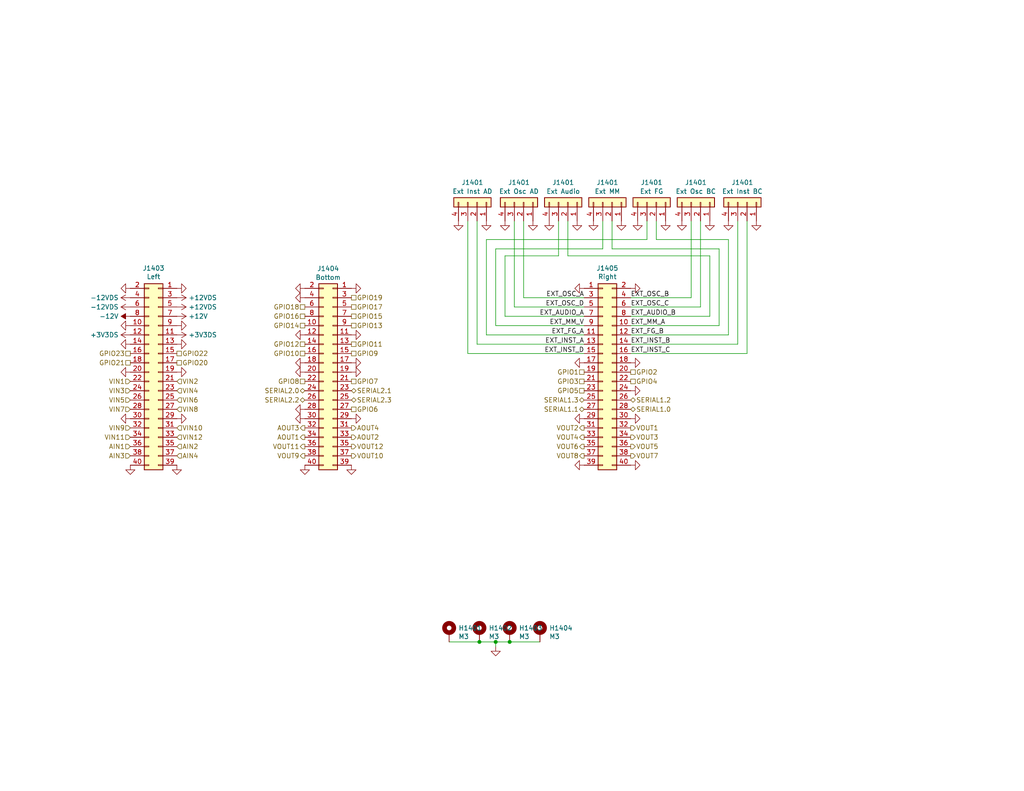
<source format=kicad_sch>
(kicad_sch (version 20230121) (generator eeschema)
  (paper "USLetter")
  (title_block (title "Hubble Motherboard") (date "2021-11-20") (rev "v3") (company "Winterbloom") (comment 1 "Alethea Flowers") (comment 2 "CERN-OHL-P V2") (comment 3 "hubble.wntr.dev"))
  (lib_symbols
    (symbol "Connector_Generic:Conn_01x04" (pin_names (offset 1.016) hide)
      (property "Reference" "J" (at 0 5.08 0))
      (property "Value" "Conn_01x04" (at 0 -7.62 0))
      (symbol "Conn_01x04_1_1"
        (rectangle (start -1.27 -4.953) (end 0 -5.207) (stroke (width 0.1524)))
        (rectangle (start -1.27 -2.413) (end 0 -2.667) (stroke (width 0.1524)))
        (rectangle (start -1.27 0.127) (end 0 -0.127) (stroke (width 0.1524)))
        (rectangle (start -1.27 2.667) (end 0 2.413) (stroke (width 0.1524)))
        (rectangle (start -1.27 3.81) (end 1.27 -6.35) (stroke (width 0.254)) (fill (type background)))
        (pin passive line (at -5.08 2.54 0) (length 3.81) (name "Pin_1") (number "1"))
        (pin passive line (at -5.08 0 0) (length 3.81) (name "Pin_2") (number "2"))
        (pin passive line (at -5.08 -2.54 0) (length 3.81) (name "Pin_3") (number "3"))
        (pin passive line (at -5.08 -5.08 0) (length 3.81) (name "Pin_4") (number "4"))
      )
    )
    (symbol "Connector_Generic:Conn_02x20_Odd_Even" (pin_names (offset 1.016) hide)
      (property "Reference" "J" (at 1.27 25.4 0))
      (property "Value" "Conn_02x20_Odd_Even" (at 1.27 -27.94 0))
      (symbol "Conn_02x20_Odd_Even_1_1"
        (rectangle (start -1.27 -25.273) (end 0 -25.527) (stroke (width 0.1524)))
        (rectangle (start -1.27 -22.733) (end 0 -22.987) (stroke (width 0.1524)))
        (rectangle (start -1.27 -20.193) (end 0 -20.447) (stroke (width 0.1524)))
        (rectangle (start -1.27 -17.653) (end 0 -17.907) (stroke (width 0.1524)))
        (rectangle (start -1.27 -15.113) (end 0 -15.367) (stroke (width 0.1524)))
        (rectangle (start -1.27 -12.573) (end 0 -12.827) (stroke (width 0.1524)))
        (rectangle (start -1.27 -10.033) (end 0 -10.287) (stroke (width 0.1524)))
        (rectangle (start -1.27 -7.493) (end 0 -7.747) (stroke (width 0.1524)))
        (rectangle (start -1.27 -4.953) (end 0 -5.207) (stroke (width 0.1524)))
        (rectangle (start -1.27 -2.413) (end 0 -2.667) (stroke (width 0.1524)))
        (rectangle (start -1.27 0.127) (end 0 -0.127) (stroke (width 0.1524)))
        (rectangle (start -1.27 2.667) (end 0 2.413) (stroke (width 0.1524)))
        (rectangle (start -1.27 5.207) (end 0 4.953) (stroke (width 0.1524)))
        (rectangle (start -1.27 7.747) (end 0 7.493) (stroke (width 0.1524)))
        (rectangle (start -1.27 10.287) (end 0 10.033) (stroke (width 0.1524)))
        (rectangle (start -1.27 12.827) (end 0 12.573) (stroke (width 0.1524)))
        (rectangle (start -1.27 15.367) (end 0 15.113) (stroke (width 0.1524)))
        (rectangle (start -1.27 17.907) (end 0 17.653) (stroke (width 0.1524)))
        (rectangle (start -1.27 20.447) (end 0 20.193) (stroke (width 0.1524)))
        (rectangle (start -1.27 22.987) (end 0 22.733) (stroke (width 0.1524)))
        (rectangle (start -1.27 24.13) (end 3.81 -26.67) (stroke (width 0.254)) (fill (type background)))
        (rectangle (start 3.81 -25.273) (end 2.54 -25.527) (stroke (width 0.1524)))
        (rectangle (start 3.81 -22.733) (end 2.54 -22.987) (stroke (width 0.1524)))
        (rectangle (start 3.81 -20.193) (end 2.54 -20.447) (stroke (width 0.1524)))
        (rectangle (start 3.81 -17.653) (end 2.54 -17.907) (stroke (width 0.1524)))
        (rectangle (start 3.81 -15.113) (end 2.54 -15.367) (stroke (width 0.1524)))
        (rectangle (start 3.81 -12.573) (end 2.54 -12.827) (stroke (width 0.1524)))
        (rectangle (start 3.81 -10.033) (end 2.54 -10.287) (stroke (width 0.1524)))
        (rectangle (start 3.81 -7.493) (end 2.54 -7.747) (stroke (width 0.1524)))
        (rectangle (start 3.81 -4.953) (end 2.54 -5.207) (stroke (width 0.1524)))
        (rectangle (start 3.81 -2.413) (end 2.54 -2.667) (stroke (width 0.1524)))
        (rectangle (start 3.81 0.127) (end 2.54 -0.127) (stroke (width 0.1524)))
        (rectangle (start 3.81 2.667) (end 2.54 2.413) (stroke (width 0.1524)))
        (rectangle (start 3.81 5.207) (end 2.54 4.953) (stroke (width 0.1524)))
        (rectangle (start 3.81 7.747) (end 2.54 7.493) (stroke (width 0.1524)))
        (rectangle (start 3.81 10.287) (end 2.54 10.033) (stroke (width 0.1524)))
        (rectangle (start 3.81 12.827) (end 2.54 12.573) (stroke (width 0.1524)))
        (rectangle (start 3.81 15.367) (end 2.54 15.113) (stroke (width 0.1524)))
        (rectangle (start 3.81 17.907) (end 2.54 17.653) (stroke (width 0.1524)))
        (rectangle (start 3.81 20.447) (end 2.54 20.193) (stroke (width 0.1524)))
        (rectangle (start 3.81 22.987) (end 2.54 22.733) (stroke (width 0.1524)))
        (pin passive line (at -5.08 22.86 0) (length 3.81) (name "Pin_1") (number "1"))
        (pin passive line (at 7.62 12.7 180) (length 3.81) (name "Pin_10") (number "10"))
        (pin passive line (at -5.08 10.16 0) (length 3.81) (name "Pin_11") (number "11"))
        (pin passive line (at 7.62 10.16 180) (length 3.81) (name "Pin_12") (number "12"))
        (pin passive line (at -5.08 7.62 0) (length 3.81) (name "Pin_13") (number "13"))
        (pin passive line (at 7.62 7.62 180) (length 3.81) (name "Pin_14") (number "14"))
        (pin passive line (at -5.08 5.08 0) (length 3.81) (name "Pin_15") (number "15"))
        (pin passive line (at 7.62 5.08 180) (length 3.81) (name "Pin_16") (number "16"))
        (pin passive line (at -5.08 2.54 0) (length 3.81) (name "Pin_17") (number "17"))
        (pin passive line (at 7.62 2.54 180) (length 3.81) (name "Pin_18") (number "18"))
        (pin passive line (at -5.08 0 0) (length 3.81) (name "Pin_19") (number "19"))
        (pin passive line (at 7.62 22.86 180) (length 3.81) (name "Pin_2") (number "2"))
        (pin passive line (at 7.62 0 180) (length 3.81) (name "Pin_20") (number "20"))
        (pin passive line (at -5.08 -2.54 0) (length 3.81) (name "Pin_21") (number "21"))
        (pin passive line (at 7.62 -2.54 180) (length 3.81) (name "Pin_22") (number "22"))
        (pin passive line (at -5.08 -5.08 0) (length 3.81) (name "Pin_23") (number "23"))
        (pin passive line (at 7.62 -5.08 180) (length 3.81) (name "Pin_24") (number "24"))
        (pin passive line (at -5.08 -7.62 0) (length 3.81) (name "Pin_25") (number "25"))
        (pin passive line (at 7.62 -7.62 180) (length 3.81) (name "Pin_26") (number "26"))
        (pin passive line (at -5.08 -10.16 0) (length 3.81) (name "Pin_27") (number "27"))
        (pin passive line (at 7.62 -10.16 180) (length 3.81) (name "Pin_28") (number "28"))
        (pin passive line (at -5.08 -12.7 0) (length 3.81) (name "Pin_29") (number "29"))
        (pin passive line (at -5.08 20.32 0) (length 3.81) (name "Pin_3") (number "3"))
        (pin passive line (at 7.62 -12.7 180) (length 3.81) (name "Pin_30") (number "30"))
        (pin passive line (at -5.08 -15.24 0) (length 3.81) (name "Pin_31") (number "31"))
        (pin passive line (at 7.62 -15.24 180) (length 3.81) (name "Pin_32") (number "32"))
        (pin passive line (at -5.08 -17.78 0) (length 3.81) (name "Pin_33") (number "33"))
        (pin passive line (at 7.62 -17.78 180) (length 3.81) (name "Pin_34") (number "34"))
        (pin passive line (at -5.08 -20.32 0) (length 3.81) (name "Pin_35") (number "35"))
        (pin passive line (at 7.62 -20.32 180) (length 3.81) (name "Pin_36") (number "36"))
        (pin passive line (at -5.08 -22.86 0) (length 3.81) (name "Pin_37") (number "37"))
        (pin passive line (at 7.62 -22.86 180) (length 3.81) (name "Pin_38") (number "38"))
        (pin passive line (at -5.08 -25.4 0) (length 3.81) (name "Pin_39") (number "39"))
        (pin passive line (at 7.62 20.32 180) (length 3.81) (name "Pin_4") (number "4"))
        (pin passive line (at 7.62 -25.4 180) (length 3.81) (name "Pin_40") (number "40"))
        (pin passive line (at -5.08 17.78 0) (length 3.81) (name "Pin_5") (number "5"))
        (pin passive line (at 7.62 17.78 180) (length 3.81) (name "Pin_6") (number "6"))
        (pin passive line (at -5.08 15.24 0) (length 3.81) (name "Pin_7") (number "7"))
        (pin passive line (at 7.62 15.24 180) (length 3.81) (name "Pin_8") (number "8"))
        (pin passive line (at -5.08 12.7 0) (length 3.81) (name "Pin_9") (number "9"))
      )
    )
    (symbol "Mechanical:MountingHole_Pad" (pin_numbers hide) (pin_names (offset 1.016) hide)
      (property "Reference" "H" (at 0 6.35 0))
      (property "Value" "MountingHole_Pad" (at 0 4.445 0))
      (symbol "MountingHole_Pad_0_1"
        (circle (center 0 1.27) (radius 1.27) (stroke (width 1.27)))
      )
      (symbol "MountingHole_Pad_1_1"
        (pin input line (at 0 -2.54 90) (length 2.54) (name "1") (number "1"))
      )
    )
    (symbol "hubble:+12VDS" (power) (pin_names (offset 0))
      (property "Value" "+12VDS" (at 0 3.175 90))
      (symbol "+12VDS_0_1"
        (polyline (pts (xy -0.762 1.27) (xy 0 2.54)))
        (polyline (pts (xy 0 0) (xy 0 2.54)))
        (polyline (pts (xy 0 2.54) (xy 0.762 1.27)))
      )
      (symbol "+12VDS_1_1"
        (pin power_in line (at 0 0 90) (length 0) hide (name "+12VDS") (number "1"))
      )
    )
    (symbol "hubble:+3V3DS" (power) (pin_names (offset 0))
      (property "Value" "+3V3DS" (at 0 4.1331 0))
      (symbol "+3V3DS_0_1"
        (polyline (pts (xy -0.762 1.27) (xy 0 2.54)))
        (polyline (pts (xy 0 0) (xy 0 2.54)))
        (polyline (pts (xy 0 2.54) (xy 0.762 1.27)))
      )
      (symbol "+3V3DS_1_1"
        (pin power_in line (at 0 0 90) (length 0) hide (name "+3V3DS") (number "1"))
      )
    )
    (symbol "hubble:-12VDS" (power) (pin_names (offset 0))
      (property "Value" "-12VDS" (at 0 3.175 90))
      (symbol "-12VDS_0_1"
        (polyline (pts (xy -0.762 1.27) (xy 0 2.54)))
        (polyline (pts (xy 0 0) (xy 0 2.54)))
        (polyline (pts (xy 0 2.54) (xy 0.762 1.27)))
      )
      (symbol "-12VDS_1_1"
        (pin power_in line (at 0 0 90) (length 0) hide (name "-12VDS") (number "1"))
      )
    )
    (symbol "power:+12V" (power) (pin_names (offset 0))
      (property "Value" "+12V" (at 0 3.556 0))
      (symbol "+12V_0_1"
        (polyline (pts (xy -0.762 1.27) (xy 0 2.54)))
        (polyline (pts (xy 0 0) (xy 0 2.54)))
        (polyline (pts (xy 0 2.54) (xy 0.762 1.27)))
      )
      (symbol "+12V_1_1"
        (pin power_in line (at 0 0 90) (length 0) hide (name "+12V") (number "1"))
      )
    )
    (symbol "power:-12V" (power) (pin_names (offset 0))
      (property "Value" "-12V" (at 0 3.81 0))
      (symbol "-12V_0_0"
        (pin power_in line (at 0 0 90) (length 0) hide (name "-12V") (number "1"))
      )
      (symbol "-12V_0_1"
        (polyline (pts (xy 0 0) (xy 0 1.27) (xy 0.762 1.27) (xy 0 2.54) (xy -0.762 1.27) (xy 0 1.27)) (fill (type outline)))
      )
    )
    (symbol "power:GND" (power) (pin_names (offset 0))
      (property "Value" "GND" (at 0 -3.81 0))
      (symbol "GND_0_1"
        (polyline (pts (xy 0 0) (xy 0 -1.27) (xy 1.27 -1.27) (xy 0 -2.54) (xy -1.27 -1.27) (xy 0 -1.27)))
      )
      (symbol "GND_1_1"
        (pin power_in line (at 0 0 270) (length 0) hide (name "GND") (number "1"))
      )
    )
  )
  (junction (at 135.255 175.26))
  (junction (at 139.065 175.26))
  (junction (at 130.81 175.26))
  (wire (pts (xy 164.465 67.945) (xy 164.465 60.325)))
  (wire (pts (xy 193.675 86.36) (xy 193.675 69.85)))
  (wire (pts (xy 135.255 175.26) (xy 139.065 175.26)))
  (wire (pts (xy 172.085 93.98) (xy 201.295 93.98)))
  (wire (pts (xy 122.555 175.26) (xy 130.81 175.26)))
  (wire (pts (xy 159.385 88.9) (xy 135.255 88.9)))
  (wire (pts (xy 172.085 91.44) (xy 198.755 91.44)))
  (wire (pts (xy 176.53 65.405) (xy 176.53 60.325)))
  (wire (pts (xy 130.175 93.98) (xy 130.175 60.325)))
  (wire (pts (xy 198.755 65.405) (xy 179.07 65.405)))
  (wire (pts (xy 172.085 83.82) (xy 191.135 83.82)))
  (wire (pts (xy 196.215 88.9) (xy 196.215 67.945)))
  (wire (pts (xy 135.255 67.945) (xy 164.465 67.945)))
  (wire (pts (xy 135.255 88.9) (xy 135.255 67.945)))
  (wire (pts (xy 132.715 65.405) (xy 176.53 65.405)))
  (wire (pts (xy 172.085 96.52) (xy 203.835 96.52)))
  (wire (pts (xy 137.795 69.85) (xy 152.4 69.85)))
  (wire (pts (xy 142.875 81.28) (xy 142.875 60.325)))
  (wire (pts (xy 188.595 81.28) (xy 188.595 60.325)))
  (wire (pts (xy 159.385 81.28) (xy 142.875 81.28)))
  (wire (pts (xy 193.675 86.36) (xy 172.085 86.36)))
  (wire (pts (xy 140.335 60.325) (xy 140.335 83.82)))
  (wire (pts (xy 201.295 93.98) (xy 201.295 60.325)))
  (wire (pts (xy 193.675 69.85) (xy 154.94 69.85)))
  (wire (pts (xy 132.715 91.44) (xy 159.385 91.44)))
  (wire (pts (xy 135.255 176.53) (xy 135.255 175.26)))
  (wire (pts (xy 130.81 175.26) (xy 135.255 175.26)))
  (wire (pts (xy 127.635 60.325) (xy 127.635 96.52)))
  (wire (pts (xy 152.4 69.85) (xy 152.4 60.325)))
  (wire (pts (xy 167.005 67.945) (xy 167.005 60.325)))
  (wire (pts (xy 132.715 91.44) (xy 132.715 65.405)))
  (wire (pts (xy 172.085 81.28) (xy 188.595 81.28)))
  (wire (pts (xy 154.94 69.85) (xy 154.94 60.325)))
  (wire (pts (xy 139.065 175.26) (xy 147.32 175.26)))
  (wire (pts (xy 137.795 86.36) (xy 137.795 69.85)))
  (wire (pts (xy 191.135 83.82) (xy 191.135 60.325)))
  (wire (pts (xy 127.635 96.52) (xy 159.385 96.52)))
  (wire (pts (xy 196.215 67.945) (xy 167.005 67.945)))
  (wire (pts (xy 198.755 91.44) (xy 198.755 65.405)))
  (wire (pts (xy 130.175 93.98) (xy 159.385 93.98)))
  (wire (pts (xy 203.835 96.52) (xy 203.835 60.325)))
  (wire (pts (xy 137.795 86.36) (xy 159.385 86.36)))
  (wire (pts (xy 179.07 65.405) (xy 179.07 60.325)))
  (wire (pts (xy 140.335 83.82) (xy 159.385 83.82)))
  (wire (pts (xy 172.085 88.9) (xy 196.215 88.9)))
  (label "EXT_MM_V" (at 159.385 88.9 180))
  (label "EXT_AUDIO_A" (at 159.385 86.36 180))
  (label "EXT_OSC_A" (at 159.385 81.28 180))
  (label "EXT_AUDIO_B" (at 172.085 86.36 0))
  (label "EXT_INST_A" (at 159.385 93.98 180))
  (label "EXT_MM_A" (at 172.085 88.9 0))
  (label "EXT_INST_D" (at 159.385 96.52 180))
  (label "EXT_OSC_B" (at 172.085 81.28 0))
  (label "EXT_FG_A" (at 159.385 91.44 180))
  (label "EXT_OSC_C" (at 172.085 83.82 0))
  (label "EXT_FG_B" (at 172.085 91.44 0))
  (label "EXT_OSC_D" (at 159.385 83.82 180))
  (label "EXT_INST_B" (at 172.085 93.98 0))
  (label "EXT_INST_C" (at 172.085 96.52 0))
  (hierarchical_label "VIN8" (shape input) (at 48.26 111.76 0))
  (hierarchical_label "VIN9" (shape input) (at 35.56 116.84 180))
  (hierarchical_label "GPIO16" (shape passive) (at 83.185 86.36 180))
  (hierarchical_label "AOUT1" (shape output) (at 83.185 119.38 180))
  (hierarchical_label "GPIO7" (shape passive) (at 95.885 104.14 0))
  (hierarchical_label "SERIAL2.0" (shape bidirectional) (at 83.185 106.68 180))
  (hierarchical_label "SERIAL1.3" (shape bidirectional) (at 159.385 109.22 180))
  (hierarchical_label "GPIO23" (shape passive) (at 35.56 96.52 180))
  (hierarchical_label "SERIAL2.2" (shape bidirectional) (at 83.185 109.22 180))
  (hierarchical_label "GPIO11" (shape passive) (at 95.885 93.98 0))
  (hierarchical_label "GPIO12" (shape passive) (at 83.185 93.98 180))
  (hierarchical_label "GPIO1" (shape passive) (at 159.385 101.6 180))
  (hierarchical_label "GPIO15" (shape passive) (at 95.885 86.36 0))
  (hierarchical_label "AIN4" (shape input) (at 48.26 124.46 0))
  (hierarchical_label "AIN2" (shape input) (at 48.26 121.92 0))
  (hierarchical_label "VOUT10" (shape output) (at 95.885 124.46 0))
  (hierarchical_label "AOUT2" (shape output) (at 95.885 119.38 0))
  (hierarchical_label "SERIAL2.3" (shape bidirectional) (at 95.885 109.22 0))
  (hierarchical_label "GPIO3" (shape passive) (at 159.385 104.14 180))
  (hierarchical_label "VOUT1" (shape output) (at 172.085 116.84 0))
  (hierarchical_label "VOUT2" (shape output) (at 159.385 116.84 180))
  (hierarchical_label "VIN7" (shape input) (at 35.56 111.76 180))
  (hierarchical_label "VIN3" (shape input) (at 35.56 106.68 180))
  (hierarchical_label "GPIO22" (shape passive) (at 48.26 96.52 0))
  (hierarchical_label "SERIAL2.1" (shape bidirectional) (at 95.885 106.68 0))
  (hierarchical_label "VOUT12" (shape output) (at 95.885 121.92 0))
  (hierarchical_label "GPIO21" (shape passive) (at 35.56 99.06 180))
  (hierarchical_label "AOUT4" (shape output) (at 95.885 116.84 0))
  (hierarchical_label "GPIO20" (shape passive) (at 48.26 99.06 0))
  (hierarchical_label "AIN3" (shape input) (at 35.56 124.46 180))
  (hierarchical_label "GPIO19" (shape passive) (at 95.885 81.28 0))
  (hierarchical_label "VIN1" (shape input) (at 35.56 104.14 180))
  (hierarchical_label "VOUT9" (shape output) (at 83.185 124.46 180))
  (hierarchical_label "GPIO4" (shape passive) (at 172.085 104.14 0))
  (hierarchical_label "VOUT11" (shape output) (at 83.185 121.92 180))
  (hierarchical_label "SERIAL1.2" (shape bidirectional) (at 172.085 109.22 0))
  (hierarchical_label "VIN12" (shape input) (at 48.26 119.38 0))
  (hierarchical_label "VOUT8" (shape output) (at 159.385 124.46 180))
  (hierarchical_label "GPIO10" (shape passive) (at 83.185 96.52 180))
  (hierarchical_label "GPIO14" (shape passive) (at 83.185 88.9 180))
  (hierarchical_label "GPIO8" (shape passive) (at 83.185 104.14 180))
  (hierarchical_label "GPIO2" (shape passive) (at 172.085 101.6 0))
  (hierarchical_label "GPIO5" (shape passive) (at 159.385 106.68 180))
  (hierarchical_label "VIN4" (shape input) (at 48.26 106.68 0))
  (hierarchical_label "VOUT5" (shape output) (at 172.085 121.92 0))
  (hierarchical_label "GPIO18" (shape passive) (at 83.185 83.82 180))
  (hierarchical_label "VIN11" (shape input) (at 35.56 119.38 180))
  (hierarchical_label "VOUT7" (shape output) (at 172.085 124.46 0))
  (hierarchical_label "GPIO13" (shape passive) (at 95.885 88.9 0))
  (hierarchical_label "SERIAL1.1" (shape bidirectional) (at 159.385 111.76 180))
  (hierarchical_label "VOUT4" (shape output) (at 159.385 119.38 180))
  (hierarchical_label "AIN1" (shape input) (at 35.56 121.92 180))
  (hierarchical_label "VIN5" (shape input) (at 35.56 109.22 180))
  (hierarchical_label "GPIO17" (shape passive) (at 95.885 83.82 0))
  (hierarchical_label "VOUT3" (shape output) (at 172.085 119.38 0))
  (hierarchical_label "VIN6" (shape input) (at 48.26 109.22 0))
  (hierarchical_label "SERIAL1.0" (shape bidirectional) (at 172.085 111.76 0))
  (hierarchical_label "VIN2" (shape input) (at 48.26 104.14 0))
  (hierarchical_label "AOUT3" (shape output) (at 83.185 116.84 180))
  (hierarchical_label "VIN10" (shape input) (at 48.26 116.84 0))
  (hierarchical_label "VOUT6" (shape output) (at 159.385 121.92 180))
  (hierarchical_label "GPIO6" (shape passive) (at 95.885 111.76 0))
  (hierarchical_label "GPIO9" (shape passive) (at 95.885 96.52 0))
  (symbol (lib_id "power:+12V") (at 48.26 86.36 270) (unit 1)
    (property "Reference" "#PWR01415" (effects hide))
    (property "Value" "+12V" (at 51.435 86.36 90) (effects (justify left)))
  )
  (symbol (lib_id "Connector_Generic:Conn_01x04") (at 167.005 55.245 270) (mirror x) (unit 1)
    (property "Reference" "J1401" (at 165.735 49.8307 90))
    (property "Value" "Ext MM" (at 165.735 52.2549 90))
    (property "Footprint" "winterbloom:JST_XH_B4B-XH-AM_1x04_P2.50mm_Vertical" (effects hide))
    (property "mpn" "B4B-XH-AM" (effects hide))
    (instances (project "starfish" (path "" (reference "J1401") (unit 1)) (path "" (reference "J1501") (unit 1)) (path "" (reference "J1601") (unit 1))) (project "hubble" (path "" (reference "J1303") (unit 1))))
  )
  (symbol (lib_id "Connector_Generic:Conn_01x04") (at 130.175 55.245 270) (mirror x) (unit 1)
    (property "Reference" "J1401" (at 128.905 49.8307 90))
    (property "Value" "Ext Inst AD" (at 128.905 52.2549 90))
    (property "Footprint" "winterbloom:JST_XH_B4B-XH-AM_1x04_P2.50mm_Vertical" (effects hide))
    (property "mpn" "B4B-XH-AM" (effects hide))
    (instances (project "starfish" (path "" (reference "J1401") (unit 1)) (path "" (reference "J1501") (unit 1)) (path "" (reference "J1601") (unit 1))) (project "hubble" (path "" (reference "J1305") (unit 1))))
  )
  (symbol (lib_id "power:GND") (at 186.055 60.325 0) (mirror y) (unit 1)
    (property "Reference" "#PWR01302" (effects hide))
    (property "Value" "GND" (effects hide))
  )
  (symbol (lib_id "power:GND") (at 132.715 60.325 0) (mirror y) (unit 1)
    (property "Reference" "#PWR01311" (effects hide))
    (property "Value" "GND" (effects hide))
  )
  (symbol (lib_id "hubble:-12VDS") (at 35.56 81.28 90) (unit 1)
    (property "Reference" "#PWR?" (effects hide))
    (property "Value" "-12VDS" (at 32.385 81.28 90) (effects (justify left)))
    (instances (project "board" (path "" (reference "#PWR?") (unit 1))) (project "hubble" (path "" (reference "#PWR01409") (unit 1))))
  )
  (symbol (lib_id "power:GND") (at 95.885 127 0) (unit 1)
    (property "Reference" "#PWR01454" (effects hide))
    (property "Value" "GND" (effects hide))
  )
  (symbol (lib_id "power:GND") (at 83.185 99.06 270) (unit 1)
    (property "Reference" "#PWR01427" (effects hide))
    (property "Value" "GND" (effects hide))
  )
  (symbol (lib_id "power:GND") (at 83.185 101.6 270) (unit 1)
    (property "Reference" "#PWR01434" (effects hide))
    (property "Value" "GND" (effects hide))
  )
  (symbol (lib_id "power:GND") (at 48.26 78.74 90) (mirror x) (unit 1)
    (property "Reference" "#PWR01402" (effects hide))
    (property "Value" "GND" (effects hide))
  )
  (symbol (lib_id "power:GND") (at 173.99 60.325 0) (mirror y) (unit 1)
    (property "Reference" "#PWR01308" (effects hide))
    (property "Value" "GND" (effects hide))
  )
  (symbol (lib_id "power:GND") (at 172.085 114.3 90) (unit 1)
    (property "Reference" "#PWR01448" (effects hide))
    (property "Value" "GND" (effects hide))
  )
  (symbol (lib_id "power:GND") (at 172.085 127 90) (unit 1)
    (property "Reference" "#PWR01456" (effects hide))
    (property "Value" "GND" (effects hide))
  )
  (symbol (lib_id "power:GND") (at 35.56 93.98 270) (mirror x) (unit 1)
    (property "Reference" "#PWR01425" (effects hide))
    (property "Value" "GND" (effects hide))
  )
  (symbol (lib_id "Connector_Generic:Conn_01x04") (at 203.835 55.245 270) (mirror x) (unit 1)
    (property "Reference" "J1401" (at 202.565 49.8307 90))
    (property "Value" "Ext Inst BC" (at 202.565 52.2549 90))
    (property "Footprint" "winterbloom:JST_XH_B4B-XH-AM_1x04_P2.50mm_Vertical" (effects hide))
    (property "mpn" "B4B-XH-AM" (effects hide))
    (instances (project "starfish" (path "" (reference "J1401") (unit 1)) (path "" (reference "J1501") (unit 1)) (path "" (reference "J1601") (unit 1))) (project "hubble" (path "" (reference "J1306") (unit 1))))
  )
  (symbol (lib_id "power:GND") (at 157.48 60.325 0) (mirror y) (unit 1)
    (property "Reference" "#PWR01305" (effects hide))
    (property "Value" "GND" (effects hide))
  )
  (symbol (lib_id "power:GND") (at 95.885 91.44 90) (unit 1)
    (property "Reference" "#PWR01422" (effects hide))
    (property "Value" "GND" (effects hide))
  )
  (symbol (lib_id "Connector_Generic:Conn_02x20_Odd_Even") (at 43.18 101.6 0) (mirror y) (unit 1)
    (property "Reference" "J1403" (at 41.91 73.2282 0))
    (property "Value" "Left" (at 41.91 75.5396 0))
    (property "Footprint" "Connector_PinSocket_2.54mm:PinSocket_2x20_P2.54mm_Vertical" (effects hide))
  )
  (symbol (lib_id "Connector_Generic:Conn_02x20_Odd_Even") (at 90.805 101.6 0) (mirror y) (unit 1)
    (property "Reference" "J1404" (at 89.535 73.3257 0))
    (property "Value" "Bottom" (at 89.535 75.7499 0))
    (property "Footprint" "Connector_PinSocket_2.54mm:PinSocket_2x20_P2.54mm_Vertical" (effects hide))
  )
  (symbol (lib_id "power:GND") (at 172.085 99.06 90) (unit 1)
    (property "Reference" "#PWR01430" (effects hide))
    (property "Value" "GND" (effects hide))
  )
  (symbol (lib_id "power:GND") (at 172.085 78.74 90) (unit 1)
    (property "Reference" "#PWR01406" (effects hide))
    (property "Value" "GND" (effects hide))
  )
  (symbol (lib_id "power:GND") (at 83.185 127 0) (unit 1)
    (property "Reference" "#PWR01453" (effects hide))
    (property "Value" "GND" (effects hide))
  )
  (symbol (lib_id "Mechanical:MountingHole_Pad") (at 122.555 172.72 0) (unit 1)
    (property "Reference" "H1401" (at 125.095 171.4754 0) (effects (justify left)))
    (property "Value" "M3" (at 125.095 173.7868 0) (effects (justify left)))
    (property "Footprint" "MountingHole:MountingHole_3.2mm_M3_Pad_Via" (effects hide))
  )
  (symbol (lib_id "hubble:+12VDS") (at 48.26 81.28 270) (unit 1)
    (property "Reference" "#PWR?" (effects hide))
    (property "Value" "+12VDS" (at 51.435 81.28 90) (effects (justify left)))
    (instances (project "board" (path "" (reference "#PWR?") (unit 1))) (project "hubble" (path "" (reference "#PWR01410") (unit 1))))
  )
  (symbol (lib_id "power:GND") (at 172.085 106.68 90) (unit 1)
    (property "Reference" "#PWR01438" (effects hide))
    (property "Value" "GND" (effects hide))
  )
  (symbol (lib_id "power:GND") (at 83.185 114.3 270) (unit 1)
    (property "Reference" "#PWR01445" (effects hide))
    (property "Value" "GND" (effects hide))
  )
  (symbol (lib_id "power:GND") (at 161.925 60.325 0) (mirror y) (unit 1)
    (property "Reference" "#PWR01306" (effects hide))
    (property "Value" "GND" (effects hide))
  )
  (symbol (lib_id "power:GND") (at 135.255 176.53 0) (unit 1)
    (property "Reference" "#PWR?" (effects hide))
    (property "Value" "GND" (effects hide))
    (instances (project "starfish" (path "" (reference "#PWR?") (unit 1))) (project "hubble" (path "" (reference "#PWR01459") (unit 1))))
  )
  (symbol (lib_id "hubble:+3V3DS") (at 35.56 91.44 90) (unit 1)
    (property "Reference" "#PWR?" (effects hide))
    (property "Value" "+3V3DS" (at 28.4941 91.44 90))
    (instances (project "starfish" (path "" (reference "#PWR?") (unit 1))) (project "hubble" (path "" (reference "#PWR01419") (unit 1))))
  )
  (symbol (lib_id "hubble:-12VDS") (at 35.56 83.82 90) (unit 1)
    (property "Reference" "#PWR?" (effects hide))
    (property "Value" "-12VDS" (at 32.385 83.82 90) (effects (justify left)))
    (instances (project "board" (path "" (reference "#PWR?") (unit 1))) (project "hubble" (path "" (reference "#PWR01412") (unit 1))))
  )
  (symbol (lib_id "power:GND") (at 193.675 60.325 0) (mirror y) (unit 1)
    (property "Reference" "#PWR01303" (effects hide))
    (property "Value" "GND" (effects hide))
  )
  (symbol (lib_id "power:GND") (at 95.885 114.3 90) (unit 1)
    (property "Reference" "#PWR01446" (effects hide))
    (property "Value" "GND" (effects hide))
  )
  (symbol (lib_id "power:GND") (at 48.26 114.3 90) (mirror x) (unit 1)
    (property "Reference" "#PWR01444" (effects hide))
    (property "Value" "GND" (effects hide))
  )
  (symbol (lib_id "power:GND") (at 159.385 114.3 270) (unit 1)
    (property "Reference" "#PWR01447" (effects hide))
    (property "Value" "GND" (effects hide))
  )
  (symbol (lib_id "Connector_Generic:Conn_01x04") (at 179.07 55.245 270) (mirror x) (unit 1)
    (property "Reference" "J1401" (at 177.8 49.8307 90))
    (property "Value" "Ext FG" (at 177.8 52.2549 90))
    (property "Footprint" "winterbloom:JST_XH_B4B-XH-AM_1x04_P2.50mm_Vertical" (effects hide))
    (property "mpn" "B4B-XH-AM" (effects hide))
    (instances (project "starfish" (path "" (reference "J1401") (unit 1)) (path "" (reference "J1501") (unit 1)) (path "" (reference "J1601") (unit 1))) (project "hubble" (path "" (reference "J1304") (unit 1))))
  )
  (symbol (lib_id "power:GND") (at 149.86 60.325 0) (mirror y) (unit 1)
    (property "Reference" "#PWR01304" (effects hide))
    (property "Value" "GND" (effects hide))
  )
  (symbol (lib_id "Mechanical:MountingHole_Pad") (at 130.81 172.72 0) (unit 1)
    (property "Reference" "H1402" (at 133.35 171.4754 0) (effects (justify left)))
    (property "Value" "M3" (at 133.35 173.7868 0) (effects (justify left)))
    (property "Footprint" "MountingHole:MountingHole_3.2mm_M3_Pad_Via" (effects hide))
  )
  (symbol (lib_id "power:GND") (at 181.61 60.325 0) (mirror y) (unit 1)
    (property "Reference" "#PWR01309" (effects hide))
    (property "Value" "GND" (effects hide))
  )
  (symbol (lib_id "Connector_Generic:Conn_02x20_Odd_Even") (at 164.465 101.6 0) (unit 1)
    (property "Reference" "J1405" (at 165.735 73.2282 0))
    (property "Value" "Right" (at 165.735 75.5396 0))
    (property "Footprint" "Connector_PinSocket_2.54mm:PinSocket_2x20_P2.54mm_Vertical" (effects hide))
  )
  (symbol (lib_id "power:GND") (at 35.56 88.9 270) (mirror x) (unit 1)
    (property "Reference" "#PWR01416" (effects hide))
    (property "Value" "GND" (effects hide))
  )
  (symbol (lib_id "power:GND") (at 95.885 101.6 90) (unit 1)
    (property "Reference" "#PWR01435" (effects hide))
    (property "Value" "GND" (effects hide))
  )
  (symbol (lib_id "hubble:+12VDS") (at 48.26 83.82 270) (unit 1)
    (property "Reference" "#PWR?" (effects hide))
    (property "Value" "+12VDS" (at 51.435 83.82 90) (effects (justify left)))
    (instances (project "board" (path "" (reference "#PWR?") (unit 1))) (project "hubble" (path "" (reference "#PWR01413") (unit 1))))
  )
  (symbol (lib_id "power:GND") (at 35.56 127 0) (mirror y) (unit 1)
    (property "Reference" "#PWR01451" (effects hide))
    (property "Value" "GND" (effects hide))
  )
  (symbol (lib_id "power:GND") (at 145.415 60.325 0) (mirror y) (unit 1)
    (property "Reference" "#PWR01301" (effects hide))
    (property "Value" "GND" (effects hide))
  )
  (symbol (lib_id "power:GND") (at 48.26 88.9 90) (mirror x) (unit 1)
    (property "Reference" "#PWR01417" (effects hide))
    (property "Value" "GND" (effects hide))
  )
  (symbol (lib_id "power:GND") (at 83.185 91.44 270) (unit 1)
    (property "Reference" "#PWR01421" (effects hide))
    (property "Value" "GND" (effects hide))
  )
  (symbol (lib_id "power:GND") (at 125.095 60.325 0) (mirror y) (unit 1)
    (property "Reference" "#PWR01310" (effects hide))
    (property "Value" "GND" (effects hide))
  )
  (symbol (lib_id "power:GND") (at 159.385 127 270) (unit 1)
    (property "Reference" "#PWR01455" (effects hide))
    (property "Value" "GND" (effects hide))
  )
  (symbol (lib_id "power:GND") (at 159.385 99.06 270) (unit 1)
    (property "Reference" "#PWR01429" (effects hide))
    (property "Value" "GND" (effects hide))
  )
  (symbol (lib_id "power:-12V") (at 35.56 86.36 90) (unit 1)
    (property "Reference" "#PWR01414" (effects hide))
    (property "Value" "-12V" (at 32.385 86.36 90) (effects (justify left)))
  )
  (symbol (lib_id "power:GND") (at 83.185 81.28 270) (unit 1)
    (property "Reference" "#PWR01411" (effects hide))
    (property "Value" "GND" (effects hide))
  )
  (symbol (lib_id "power:GND") (at 159.385 78.74 270) (unit 1)
    (property "Reference" "#PWR01405" (effects hide))
    (property "Value" "GND" (effects hide))
  )
  (symbol (lib_id "power:GND") (at 95.885 99.06 90) (unit 1)
    (property "Reference" "#PWR01428" (effects hide))
    (property "Value" "GND" (effects hide))
  )
  (symbol (lib_id "power:GND") (at 95.885 78.74 90) (unit 1)
    (property "Reference" "#PWR01404" (effects hide))
    (property "Value" "GND" (effects hide))
  )
  (symbol (lib_id "hubble:+3V3DS") (at 48.26 91.44 270) (unit 1)
    (property "Reference" "#PWR?" (effects hide))
    (property "Value" "+3V3DS" (at 55.3259 91.44 90))
    (instances (project "starfish" (path "" (reference "#PWR?") (unit 1))) (project "hubble" (path "" (reference "#PWR01420") (unit 1))))
  )
  (symbol (lib_id "Mechanical:MountingHole_Pad") (at 139.065 172.72 0) (unit 1)
    (property "Reference" "H1403" (at 141.605 171.4754 0) (effects (justify left)))
    (property "Value" "M3" (at 141.605 173.7868 0) (effects (justify left)))
    (property "Footprint" "MountingHole:MountingHole_3.2mm_M3_Pad_Via" (effects hide))
  )
  (symbol (lib_id "power:GND") (at 83.185 78.74 270) (unit 1)
    (property "Reference" "#PWR01403" (effects hide))
    (property "Value" "GND" (effects hide))
  )
  (symbol (lib_id "power:GND") (at 35.56 114.3 270) (mirror x) (unit 1)
    (property "Reference" "#PWR01443" (effects hide))
    (property "Value" "GND" (effects hide))
  )
  (symbol (lib_id "power:GND") (at 137.795 60.325 0) (mirror y) (unit 1)
    (property "Reference" "#PWR01436" (effects hide))
    (property "Value" "GND" (effects hide))
  )
  (symbol (lib_id "power:GND") (at 48.26 101.6 90) (mirror x) (unit 1)
    (property "Reference" "#PWR01433" (effects hide))
    (property "Value" "GND" (effects hide))
  )
  (symbol (lib_id "power:GND") (at 198.755 60.325 0) (mirror y) (unit 1)
    (property "Reference" "#PWR01312" (effects hide))
    (property "Value" "GND" (effects hide))
  )
  (symbol (lib_id "power:GND") (at 35.56 78.74 270) (mirror x) (unit 1)
    (property "Reference" "#PWR01401" (effects hide))
    (property "Value" "GND" (effects hide))
  )
  (symbol (lib_id "power:GND") (at 169.545 60.325 0) (mirror y) (unit 1)
    (property "Reference" "#PWR01307" (effects hide))
    (property "Value" "GND" (effects hide))
  )
  (symbol (lib_id "power:GND") (at 48.26 127 0) (mirror y) (unit 1)
    (property "Reference" "#PWR01452" (effects hide))
    (property "Value" "GND" (effects hide))
  )
  (symbol (lib_id "Mechanical:MountingHole_Pad") (at 147.32 172.72 0) (unit 1)
    (property "Reference" "H1404" (at 149.86 171.4754 0) (effects (justify left)))
    (property "Value" "M3" (at 149.86 173.7868 0) (effects (justify left)))
    (property "Footprint" "MountingHole:MountingHole_3.2mm_M3_Pad_Via" (effects hide))
  )
  (symbol (lib_id "power:GND") (at 48.26 93.98 90) (mirror x) (unit 1)
    (property "Reference" "#PWR01426" (effects hide))
    (property "Value" "GND" (effects hide))
  )
  (symbol (lib_id "Connector_Generic:Conn_01x04") (at 154.94 55.245 270) (mirror x) (unit 1)
    (property "Reference" "J1401" (at 153.67 49.8307 90))
    (property "Value" "Ext Audio" (at 153.67 52.2549 90))
    (property "Footprint" "winterbloom:JST_XH_B4B-XH-AM_1x04_P2.50mm_Vertical" (effects hide))
    (property "mpn" "B4B-XH-AM" (effects hide))
    (instances (project "starfish" (path "" (reference "J1401") (unit 1)) (path "" (reference "J1501") (unit 1)) (path "" (reference "J1601") (unit 1))) (project "hubble" (path "" (reference "J1307") (unit 1))))
  )
  (symbol (lib_id "Connector_Generic:Conn_01x04") (at 142.875 55.245 270) (mirror x) (unit 1)
    (property "Reference" "J1401" (at 141.605 49.8307 90))
    (property "Value" "Ext Osc AD" (at 141.605 52.2549 90))
    (property "Footprint" "winterbloom:JST_XH_B4B-XH-AM_1x04_P2.50mm_Vertical" (effects hide))
    (property "mpn" "B4B-XH-AM" (effects hide))
    (instances (project "starfish" (path "" (reference "J1401") (unit 1)) (path "" (reference "J1501") (unit 1)) (path "" (reference "J1601") (unit 1))) (project "hubble" (path "" (reference "J1301") (unit 1))))
  )
  (symbol (lib_id "power:GND") (at 35.56 101.6 270) (mirror x) (unit 1)
    (property "Reference" "#PWR01432" (effects hide))
    (property "Value" "GND" (effects hide))
  )
  (symbol (lib_id "Connector_Generic:Conn_01x04") (at 191.135 55.245 270) (mirror x) (unit 1)
    (property "Reference" "J1401" (at 189.865 49.8307 90))
    (property "Value" "Ext Osc BC" (at 189.865 52.2549 90))
    (property "Footprint" "winterbloom:JST_XH_B4B-XH-AM_1x04_P2.50mm_Vertical" (effects hide))
    (property "mpn" "B4B-XH-AM" (effects hide))
    (instances (project "starfish" (path "" (reference "J1401") (unit 1)) (path "" (reference "J1501") (unit 1)) (path "" (reference "J1601") (unit 1))) (project "hubble" (path "" (reference "J1302") (unit 1))))
  )
  (symbol (lib_id "power:GND") (at 83.185 111.76 270) (unit 1)
    (property "Reference" "#PWR01442" (effects hide))
    (property "Value" "GND" (effects hide))
  )
  (symbol (lib_id "power:GND") (at 206.375 60.325 0) (mirror y) (unit 1)
    (property "Reference" "#PWR01313" (effects hide))
    (property "Value" "GND" (effects hide))
  )
)
</source>
